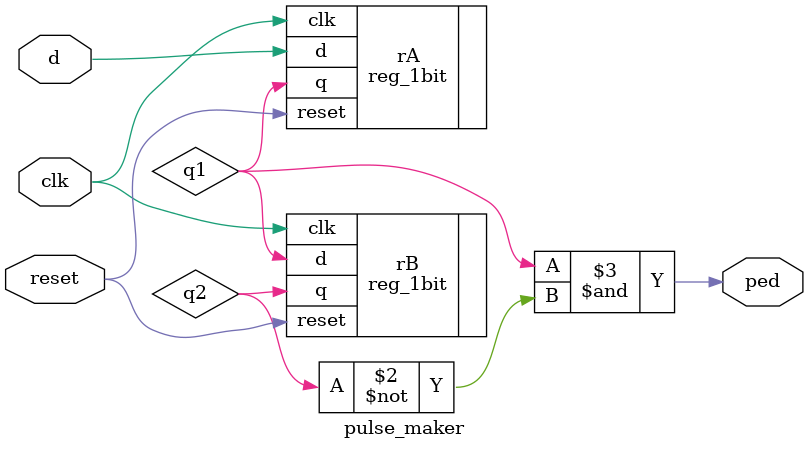
<source format=v>
`timescale 1ns / 1ps

module pulse_maker(clk, reset, d, ped);

   input clk, reset, d;
	output reg ped;
	wire q1, q2;

   reg_1bit rA(.clk(clk), .reset(reset), .d(d), .q(q1)),
	         rB(.clk(clk), .reset(reset), .d(q1), .q(q2));
		 
	always @ (*)
	   ped = q1 & ~q2;

endmodule

</source>
